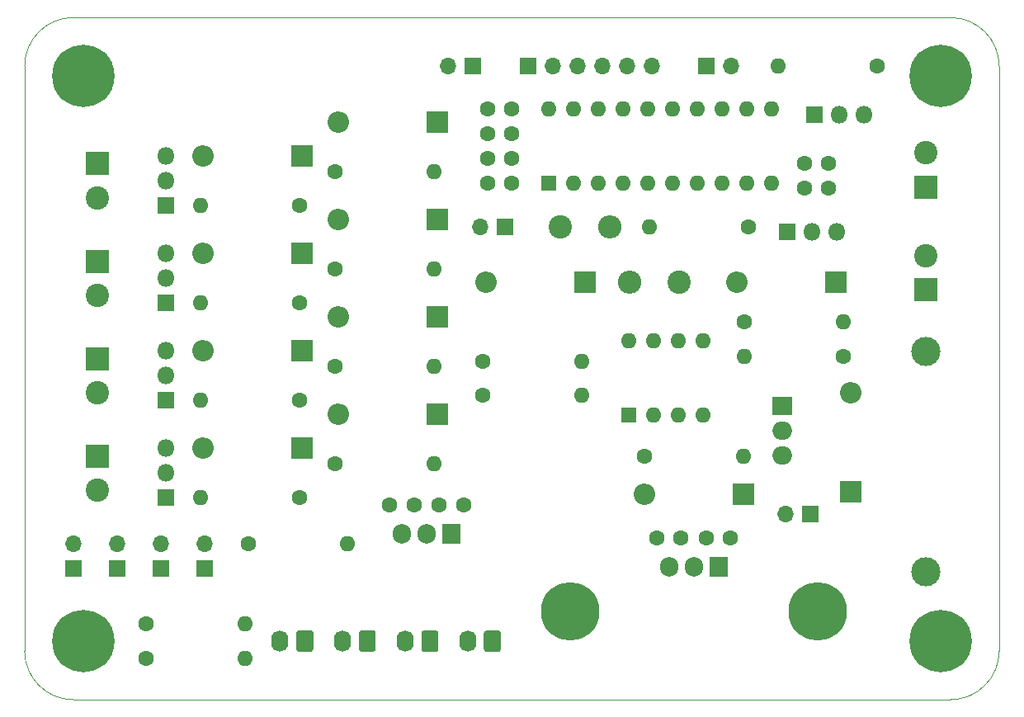
<source format=gbr>
%TF.GenerationSoftware,KiCad,Pcbnew,(5.1.8)-1*%
%TF.CreationDate,2021-01-26T19:22:21+01:00*%
%TF.ProjectId,charger,63686172-6765-4722-9e6b-696361645f70,rev?*%
%TF.SameCoordinates,Original*%
%TF.FileFunction,Soldermask,Top*%
%TF.FilePolarity,Negative*%
%FSLAX46Y46*%
G04 Gerber Fmt 4.6, Leading zero omitted, Abs format (unit mm)*
G04 Created by KiCad (PCBNEW (5.1.8)-1) date 2021-01-26 19:22:21*
%MOMM*%
%LPD*%
G01*
G04 APERTURE LIST*
%TA.AperFunction,Profile*%
%ADD10C,0.050000*%
%TD*%
%ADD11C,2.400000*%
%ADD12R,2.400000X2.400000*%
%ADD13C,1.600000*%
%ADD14O,1.740000X2.190000*%
%ADD15O,2.200000X2.200000*%
%ADD16R,2.200000X2.200000*%
%ADD17C,3.000000*%
%ADD18C,6.400000*%
%ADD19C,0.800000*%
%ADD20C,6.000000*%
%ADD21O,1.700000X1.700000*%
%ADD22R,1.700000X1.700000*%
%ADD23R,2.000000X1.905000*%
%ADD24O,2.000000X1.905000*%
%ADD25O,1.800000X1.800000*%
%ADD26R,1.800000X1.800000*%
%ADD27O,1.600000X1.600000*%
%ADD28O,2.400000X2.400000*%
%ADD29R,1.905000X2.000000*%
%ADD30O,1.905000X2.000000*%
%ADD31R,1.600000X1.600000*%
G04 APERTURE END LIST*
D10*
X150000000Y-45000000D02*
G75*
G02*
X155000000Y-50000000I0J-5000000D01*
G01*
X155000000Y-110000000D02*
G75*
G02*
X150000000Y-115000000I-5000000J0D01*
G01*
X60000000Y-115000000D02*
G75*
G02*
X55000000Y-110000000I0J5000000D01*
G01*
X55000000Y-50000000D02*
G75*
G02*
X60000000Y-45000000I5000000J0D01*
G01*
X155000000Y-110000000D02*
X155000000Y-50000000D01*
X60000000Y-115000000D02*
X150000000Y-115000000D01*
X60000000Y-45000000D02*
X150000000Y-45000000D01*
X55000000Y-50000000D02*
X55000000Y-110000000D01*
D11*
%TO.C,BT1*%
X147500000Y-58900000D03*
D12*
X147500000Y-62400000D03*
%TD*%
D13*
%TO.C,C1*%
X102500000Y-54380000D03*
X105000000Y-54380000D03*
%TD*%
%TO.C,C2*%
X105000000Y-56920000D03*
X102500000Y-56920000D03*
%TD*%
%TO.C,C3*%
X102500000Y-59460000D03*
X105000000Y-59460000D03*
%TD*%
%TO.C,C4*%
X102500000Y-62000000D03*
X105000000Y-62000000D03*
%TD*%
%TO.C,C5*%
X124940000Y-98400000D03*
X127440000Y-98400000D03*
%TD*%
%TO.C,C6*%
X119860000Y-98400000D03*
X122360000Y-98400000D03*
%TD*%
%TO.C,C7*%
X137500000Y-62500000D03*
X135000000Y-62500000D03*
%TD*%
%TO.C,C8*%
X137500000Y-60000000D03*
X135000000Y-60000000D03*
%TD*%
%TO.C,C9*%
X100050000Y-95000000D03*
X97550000Y-95000000D03*
%TD*%
%TO.C,C10*%
X94970000Y-95000000D03*
X92470000Y-95000000D03*
%TD*%
D14*
%TO.C,D1*%
X87626666Y-108980000D03*
G36*
G01*
X91036666Y-108134999D02*
X91036666Y-109825001D01*
G75*
G02*
X90786667Y-110075000I-249999J0D01*
G01*
X89546665Y-110075000D01*
G75*
G02*
X89296666Y-109825001I0J249999D01*
G01*
X89296666Y-108134999D01*
G75*
G02*
X89546665Y-107885000I249999J0D01*
G01*
X90786667Y-107885000D01*
G75*
G02*
X91036666Y-108134999I0J-249999D01*
G01*
G37*
%TD*%
D15*
%TO.C,D2*%
X118570000Y-93900000D03*
D16*
X128730000Y-93900000D03*
%TD*%
%TO.C,D3*%
G36*
G01*
X84620000Y-108134999D02*
X84620000Y-109825001D01*
G75*
G02*
X84370001Y-110075000I-249999J0D01*
G01*
X83129999Y-110075000D01*
G75*
G02*
X82880000Y-109825001I0J249999D01*
G01*
X82880000Y-108134999D01*
G75*
G02*
X83129999Y-107885000I249999J0D01*
G01*
X84370001Y-107885000D01*
G75*
G02*
X84620000Y-108134999I0J-249999D01*
G01*
G37*
D14*
X81210000Y-108980000D03*
%TD*%
D16*
%TO.C,D4*%
X139750000Y-93630000D03*
D15*
X139750000Y-83470000D03*
%TD*%
%TO.C,D5*%
X102340000Y-72125000D03*
D16*
X112500000Y-72125000D03*
%TD*%
%TO.C,D6*%
X138250000Y-72125000D03*
D15*
X128090000Y-72125000D03*
%TD*%
%TO.C,D7*%
X73340000Y-59210000D03*
D16*
X83500000Y-59210000D03*
%TD*%
%TO.C,D8*%
X83500000Y-89210000D03*
D15*
X73340000Y-89210000D03*
%TD*%
D16*
%TO.C,D9*%
X83500000Y-79210000D03*
D15*
X73340000Y-79210000D03*
%TD*%
D16*
%TO.C,D10*%
X83500000Y-69210000D03*
D15*
X73340000Y-69210000D03*
%TD*%
D16*
%TO.C,D11*%
X97350000Y-55710000D03*
D15*
X87190000Y-55710000D03*
%TD*%
D16*
%TO.C,D12*%
X97350000Y-85710000D03*
D15*
X87190000Y-85710000D03*
%TD*%
%TO.C,D13*%
X87190000Y-75710000D03*
D16*
X97350000Y-75710000D03*
%TD*%
D15*
%TO.C,D14*%
X87190000Y-65710000D03*
D16*
X97350000Y-65710000D03*
%TD*%
D17*
%TO.C,F1*%
X147500000Y-101850000D03*
X147500000Y-79250000D03*
%TD*%
D18*
%TO.C,H1*%
X61000000Y-51000000D03*
D19*
X63400000Y-51000000D03*
X62697056Y-52697056D03*
X61000000Y-53400000D03*
X59302944Y-52697056D03*
X58600000Y-51000000D03*
X59302944Y-49302944D03*
X61000000Y-48600000D03*
X62697056Y-49302944D03*
%TD*%
%TO.C,H2*%
X150697056Y-49302944D03*
X149000000Y-48600000D03*
X147302944Y-49302944D03*
X146600000Y-51000000D03*
X147302944Y-52697056D03*
X149000000Y-53400000D03*
X150697056Y-52697056D03*
X151400000Y-51000000D03*
D18*
X149000000Y-51000000D03*
%TD*%
%TO.C,H3*%
X149000000Y-109000000D03*
D19*
X151400000Y-109000000D03*
X150697056Y-110697056D03*
X149000000Y-111400000D03*
X147302944Y-110697056D03*
X146600000Y-109000000D03*
X147302944Y-107302944D03*
X149000000Y-106600000D03*
X150697056Y-107302944D03*
%TD*%
%TO.C,H4*%
X62697056Y-107302944D03*
X61000000Y-106600000D03*
X59302944Y-107302944D03*
X58600000Y-109000000D03*
X59302944Y-110697056D03*
X61000000Y-111400000D03*
X62697056Y-110697056D03*
X63400000Y-109000000D03*
D18*
X61000000Y-109000000D03*
%TD*%
D20*
%TO.C,HS1*%
X110950000Y-105900000D03*
X136350000Y-105900000D03*
%TD*%
D11*
%TO.C,J1*%
X147500000Y-69450000D03*
D12*
X147500000Y-72950000D03*
%TD*%
%TO.C,J3*%
X62500000Y-60000000D03*
D11*
X62500000Y-63500000D03*
%TD*%
D12*
%TO.C,J4*%
X62500000Y-90000000D03*
D11*
X62500000Y-93500000D03*
%TD*%
D12*
%TO.C,J5*%
X62500000Y-80000000D03*
D11*
X62500000Y-83500000D03*
%TD*%
%TO.C,J6*%
X62500000Y-73500000D03*
D12*
X62500000Y-70000000D03*
%TD*%
D21*
%TO.C,JP1*%
X133050000Y-95916666D03*
D22*
X135590000Y-95916666D03*
%TD*%
%TO.C,JP2*%
X104250000Y-66500000D03*
D21*
X101710000Y-66500000D03*
%TD*%
%TO.C,JP3*%
X98460000Y-50000000D03*
D22*
X101000000Y-50000000D03*
%TD*%
%TO.C,JP4*%
X124910000Y-50008333D03*
D21*
X127450000Y-50008333D03*
%TD*%
D23*
%TO.C,Q1*%
X132750000Y-84893333D03*
D24*
X132750000Y-87433333D03*
X132750000Y-89973333D03*
%TD*%
D25*
%TO.C,Q2*%
X69500000Y-59210000D03*
X69500000Y-61750000D03*
D26*
X69500000Y-64290000D03*
%TD*%
%TO.C,Q4*%
X69500000Y-94290000D03*
D25*
X69500000Y-91750000D03*
X69500000Y-89210000D03*
%TD*%
D26*
%TO.C,Q5*%
X69500000Y-84290000D03*
D25*
X69500000Y-81750000D03*
X69500000Y-79210000D03*
%TD*%
%TO.C,Q6*%
X69500000Y-69210000D03*
X69500000Y-71750000D03*
D26*
X69500000Y-74290000D03*
%TD*%
D27*
%TO.C,R1*%
X77660000Y-110750000D03*
D13*
X67500000Y-110750000D03*
%TD*%
D11*
%TO.C,R2*%
X110000000Y-66500000D03*
D28*
X115080000Y-66500000D03*
%TD*%
D13*
%TO.C,R3*%
X67500000Y-107250000D03*
D27*
X77660000Y-107250000D03*
%TD*%
D13*
%TO.C,R4*%
X118570000Y-90000000D03*
D27*
X128730000Y-90000000D03*
%TD*%
%TO.C,R5*%
X88160000Y-99000000D03*
D13*
X78000000Y-99000000D03*
%TD*%
D11*
%TO.C,R6*%
X122185000Y-72125000D03*
D28*
X117105000Y-72125000D03*
%TD*%
D27*
%TO.C,R7*%
X128870000Y-79750000D03*
D13*
X139030000Y-79750000D03*
%TD*%
%TO.C,R8*%
X128870000Y-76250000D03*
D27*
X139030000Y-76250000D03*
%TD*%
%TO.C,R9*%
X97050000Y-60790000D03*
D13*
X86890000Y-60790000D03*
%TD*%
D27*
%TO.C,R10*%
X97050000Y-90790000D03*
D13*
X86890000Y-90790000D03*
%TD*%
%TO.C,R11*%
X86890000Y-80790000D03*
D27*
X97050000Y-80790000D03*
%TD*%
D13*
%TO.C,R12*%
X86890000Y-70790000D03*
D27*
X97050000Y-70790000D03*
%TD*%
%TO.C,R13*%
X132340000Y-50016666D03*
D13*
X142500000Y-50016666D03*
%TD*%
%TO.C,R14*%
X83200000Y-64290000D03*
D27*
X73040000Y-64290000D03*
%TD*%
D13*
%TO.C,R15*%
X83200000Y-94290000D03*
D27*
X73040000Y-94290000D03*
%TD*%
%TO.C,R16*%
X73040000Y-84290000D03*
D13*
X83200000Y-84290000D03*
%TD*%
%TO.C,R17*%
X83200000Y-74290000D03*
D27*
X73040000Y-74290000D03*
%TD*%
%TO.C,TH1*%
G36*
G01*
X97453332Y-108154999D02*
X97453332Y-109845001D01*
G75*
G02*
X97203333Y-110095000I-249999J0D01*
G01*
X95963331Y-110095000D01*
G75*
G02*
X95713332Y-109845001I0J249999D01*
G01*
X95713332Y-108154999D01*
G75*
G02*
X95963331Y-107905000I249999J0D01*
G01*
X97203333Y-107905000D01*
G75*
G02*
X97453332Y-108154999I0J-249999D01*
G01*
G37*
D14*
X94043332Y-109000000D03*
%TD*%
D29*
%TO.C,U1*%
X126190000Y-101400000D03*
D30*
X123650000Y-101400000D03*
X121110000Y-101400000D03*
%TD*%
D31*
%TO.C,U2*%
X108750000Y-62000000D03*
D27*
X131610000Y-54380000D03*
X111290000Y-62000000D03*
X129070000Y-54380000D03*
X113830000Y-62000000D03*
X126530000Y-54380000D03*
X116370000Y-62000000D03*
X123990000Y-54380000D03*
X118910000Y-62000000D03*
X121450000Y-54380000D03*
X121450000Y-62000000D03*
X118910000Y-54380000D03*
X123990000Y-62000000D03*
X116370000Y-54380000D03*
X126530000Y-62000000D03*
X113830000Y-54380000D03*
X129070000Y-62000000D03*
X111290000Y-54380000D03*
X131610000Y-62000000D03*
X108750000Y-54380000D03*
%TD*%
D30*
%TO.C,U3*%
X93720000Y-98000000D03*
X96260000Y-98000000D03*
D29*
X98800000Y-98000000D03*
%TD*%
D21*
%TO.C,JP5*%
X60000000Y-98960000D03*
D22*
X60000000Y-101500000D03*
%TD*%
%TO.C,JP6*%
X64500000Y-101500000D03*
D21*
X64500000Y-98960000D03*
%TD*%
D22*
%TO.C,JP7*%
X69000000Y-101500000D03*
D21*
X69000000Y-98960000D03*
%TD*%
%TO.C,JP8*%
X73500000Y-98960000D03*
D22*
X73500000Y-101500000D03*
%TD*%
D25*
%TO.C,Q3*%
X138330000Y-67000000D03*
X135790000Y-67000000D03*
D26*
X133250000Y-67000000D03*
%TD*%
%TO.C,Q7*%
X136000000Y-55000000D03*
D25*
X138540000Y-55000000D03*
X141080000Y-55000000D03*
%TD*%
D13*
%TO.C,R18*%
X102000000Y-80250000D03*
D27*
X112160000Y-80250000D03*
%TD*%
%TO.C,R19*%
X112160000Y-83750000D03*
D13*
X102000000Y-83750000D03*
%TD*%
D31*
%TO.C,U4*%
X117000000Y-85800000D03*
D27*
X124620000Y-78180000D03*
X119540000Y-85800000D03*
X122080000Y-78180000D03*
X122080000Y-85800000D03*
X119540000Y-78180000D03*
X124620000Y-85800000D03*
X117000000Y-78180000D03*
%TD*%
%TO.C,SW1*%
G36*
G01*
X103870000Y-108154999D02*
X103870000Y-109845001D01*
G75*
G02*
X103620001Y-110095000I-249999J0D01*
G01*
X102379999Y-110095000D01*
G75*
G02*
X102130000Y-109845001I0J249999D01*
G01*
X102130000Y-108154999D01*
G75*
G02*
X102379999Y-107905000I249999J0D01*
G01*
X103620001Y-107905000D01*
G75*
G02*
X103870000Y-108154999I0J-249999D01*
G01*
G37*
D14*
X100460000Y-109000000D03*
%TD*%
D22*
%TO.C,J2*%
X106630000Y-49999999D03*
D21*
X109170000Y-49999999D03*
X111710000Y-49999999D03*
X114250000Y-49999999D03*
X116790000Y-49999999D03*
X119330000Y-49999999D03*
%TD*%
D13*
%TO.C,R20*%
X129250000Y-66500000D03*
D27*
X119090000Y-66500000D03*
%TD*%
M02*

</source>
